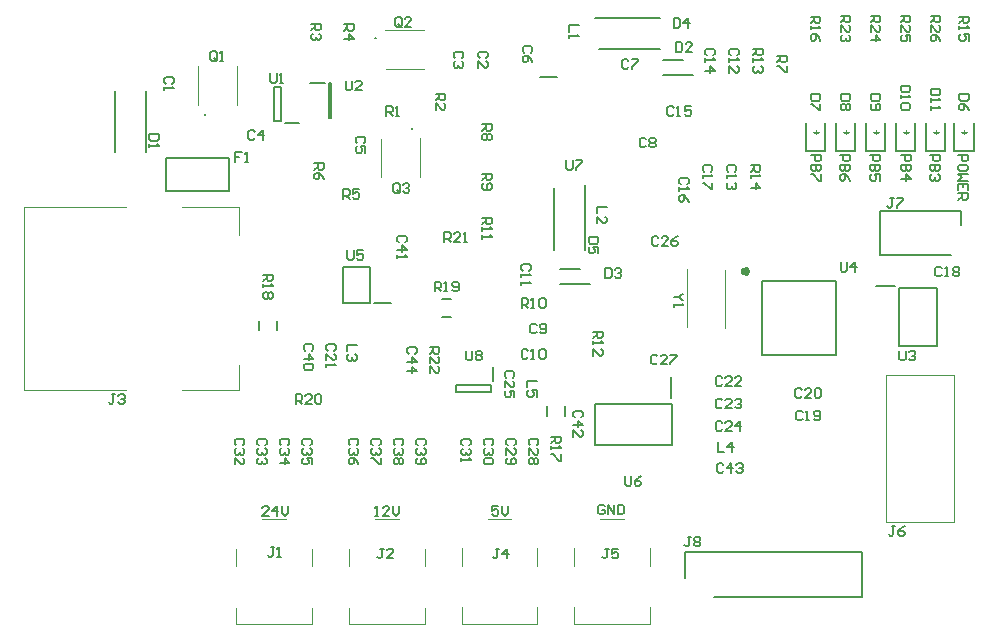
<source format=gto>
G04*
G04 #@! TF.GenerationSoftware,Altium Limited,Altium Designer,20.1.11 (218)*
G04*
G04 Layer_Color=65535*
%FSLAX25Y25*%
%MOIN*%
G70*
G04*
G04 #@! TF.SameCoordinates,E6626CB0-0D60-4EC0-B616-354E29CAD756*
G04*
G04*
G04 #@! TF.FilePolarity,Positive*
G04*
G01*
G75*
%ADD10C,0.00787*%
%ADD11C,0.01575*%
%ADD12C,0.00394*%
%ADD13C,0.00400*%
%ADD14C,0.00600*%
D10*
X103937Y160417D02*
Y160024D01*
Y160417D01*
Y160024D01*
X91583Y190437D02*
X91976D01*
X91583D01*
X91976D01*
X35063Y164583D02*
Y164976D01*
Y164583D01*
Y164976D01*
X235252Y152701D02*
Y162150D01*
Y152701D02*
X241748D01*
Y162150D01*
X245252Y152701D02*
Y162150D01*
Y152701D02*
X251748D01*
Y162150D01*
X255252Y152701D02*
Y162150D01*
Y152701D02*
X261748D01*
Y162150D01*
X265252Y152701D02*
Y162150D01*
Y152701D02*
X271748D01*
Y162150D01*
X275252Y152701D02*
Y162150D01*
Y152701D02*
X281748D01*
Y162150D01*
X284752Y152701D02*
Y162150D01*
Y152701D02*
X291248D01*
Y162150D01*
X259957Y118217D02*
X283500D01*
X259957D02*
Y132783D01*
X287043D01*
Y128000D02*
Y132783D01*
X204658Y4201D02*
X253870D01*
Y19161D01*
X194815D02*
X253870D01*
X194815Y10500D02*
Y19161D01*
X258720Y107756D02*
X264823D01*
X266201Y87854D02*
Y107146D01*
Y87854D02*
X278799D01*
Y107146D01*
X266201D02*
X278799D01*
X113925Y103453D02*
X117075D01*
X113925Y97547D02*
X117075D01*
X130799Y76059D02*
Y80783D01*
X118791Y74681D02*
X130209D01*
X118791Y72319D02*
Y74681D01*
Y72319D02*
X130209D01*
Y74681D01*
X146630Y177279D02*
X152339D01*
X58953Y92925D02*
Y96075D01*
X53047Y92925D02*
Y96075D01*
X154953Y64425D02*
Y67575D01*
X149047Y64425D02*
Y67575D01*
X190646Y54610D02*
Y68390D01*
X165055Y54610D02*
X190646D01*
X165055D02*
Y68390D01*
X190646D01*
X190154Y70457D02*
Y77346D01*
X80972Y102094D02*
X90028D01*
X80972D02*
Y113906D01*
X90028D01*
Y102094D02*
Y113906D01*
X91405Y102094D02*
X96917D01*
X220598Y109402D02*
X245402D01*
Y84598D02*
Y109402D01*
X220598Y84598D02*
X245402D01*
X220598D02*
Y109402D01*
X69906Y175406D02*
X74827D01*
X76205Y163752D02*
Y175248D01*
Y163752D02*
X76795D01*
Y175248D01*
X76205D02*
X76795D01*
X61559Y162201D02*
X66284D01*
X60181Y162791D02*
Y174209D01*
X57819D02*
X60181D01*
X57819Y162791D02*
Y174209D01*
Y162791D02*
X60181D01*
X22067Y139488D02*
Y150512D01*
X42933Y139488D02*
Y150512D01*
X22067Y139488D02*
X42933D01*
X22067Y150512D02*
X42933D01*
X161626Y119772D02*
Y141516D01*
X151374Y119772D02*
Y140228D01*
X164984Y197126D02*
X186728D01*
X166272Y186874D02*
X186728D01*
X153154Y113461D02*
X159846D01*
X153154Y108539D02*
X163193D01*
X187654Y182961D02*
X194346D01*
X187654Y178039D02*
X197693D01*
X15126Y152244D02*
Y172756D01*
X4874Y152244D02*
Y172756D01*
D11*
X215776Y112748D02*
X215231Y113497D01*
X214351Y113211D01*
Y112285D01*
X215231Y111999D01*
X215776Y112748D01*
D12*
X91693Y30043D02*
X99567D01*
X83031Y14295D02*
Y20201D01*
X108228Y14295D02*
Y20201D01*
X83031Y-4996D02*
Y516D01*
Y-4996D02*
X108228D01*
Y516D01*
X195701Y94051D02*
Y113342D01*
X208299Y93657D02*
Y112949D01*
X262114Y29169D02*
X284752D01*
Y77988D01*
X262114D02*
X284752D01*
X262114Y29169D02*
Y77988D01*
X27311Y133937D02*
X46406D01*
Y124685D02*
Y133937D01*
Y72913D02*
Y81378D01*
X27311Y72913D02*
X46406D01*
X-25248Y133937D02*
X8622D01*
X-25248Y72913D02*
Y133937D01*
Y72913D02*
X8622D01*
X106496Y143980D02*
Y156972D01*
X93504Y143980D02*
Y156874D01*
X95028Y192996D02*
X108020D01*
X95126Y180004D02*
X108020D01*
X32504Y168028D02*
Y181020D01*
X45496Y168126D02*
Y181020D01*
X166693Y30138D02*
X174567D01*
X158031Y14390D02*
Y20295D01*
X183228Y14390D02*
Y20295D01*
X158031Y-4902D02*
Y610D01*
Y-4902D02*
X183228D01*
Y610D01*
X129193Y30138D02*
X137067D01*
X120531Y14390D02*
Y20295D01*
X145728Y14390D02*
Y20295D01*
X120531Y-4902D02*
Y610D01*
Y-4902D02*
X145728D01*
Y610D01*
X54043Y30059D02*
X61917D01*
X45382Y14311D02*
Y20216D01*
X70578Y14311D02*
Y20216D01*
X45382Y-4980D02*
Y532D01*
Y-4980D02*
X70578D01*
Y532D01*
D13*
X238500Y158500D02*
Y159600D01*
Y158500D02*
X239500Y159000D01*
X237500D02*
X238500Y158500D01*
X237500Y159000D02*
X239500D01*
X238500Y158500D02*
X239500Y159000D01*
X238500Y158400D02*
Y158500D01*
X248500D02*
Y159600D01*
Y158500D02*
X249500Y159000D01*
X247500D02*
X248500Y158500D01*
X247500Y159000D02*
X249500D01*
X248500Y158500D02*
X249500Y159000D01*
X248500Y158400D02*
Y158500D01*
X258500D02*
Y159600D01*
Y158500D02*
X259500Y159000D01*
X257500D02*
X258500Y158500D01*
X257500Y159000D02*
X259500D01*
X258500Y158500D02*
X259500Y159000D01*
X258500Y158400D02*
Y158500D01*
X268500D02*
Y159600D01*
Y158500D02*
X269500Y159000D01*
X267500D02*
X268500Y158500D01*
X267500Y159000D02*
X269500D01*
X268500Y158500D02*
X269500Y159000D01*
X268500Y158400D02*
Y158500D01*
X278500D02*
Y159600D01*
Y158500D02*
X279500Y159000D01*
X277500D02*
X278500Y158500D01*
X277500Y159000D02*
X279500D01*
X278500Y158500D02*
X279500Y159000D01*
X278500Y158400D02*
Y158500D01*
X288000D02*
Y159600D01*
Y158500D02*
X289000Y159000D01*
X287000D02*
X288000Y158500D01*
X287000Y159000D02*
X289000D01*
X288000Y158500D02*
X289000Y159000D01*
X288000Y158400D02*
Y158500D01*
D14*
X237100Y151400D02*
X240299D01*
Y149801D01*
X239766Y149267D01*
X238700D01*
X238166Y149801D01*
Y151400D01*
X240299Y148201D02*
X237100D01*
Y146601D01*
X237633Y146068D01*
X238166D01*
X238700Y146601D01*
Y148201D01*
Y146601D01*
X239233Y146068D01*
X239766D01*
X240299Y146601D01*
Y148201D01*
Y145002D02*
Y142869D01*
X239766D01*
X237633Y145002D01*
X237100D01*
X246600Y151400D02*
X249799D01*
Y149801D01*
X249266Y149267D01*
X248200D01*
X247666Y149801D01*
Y151400D01*
X249799Y148201D02*
X246600D01*
Y146601D01*
X247133Y146068D01*
X247666D01*
X248200Y146601D01*
Y148201D01*
Y146601D01*
X248733Y146068D01*
X249266D01*
X249799Y146601D01*
Y148201D01*
Y142869D02*
X249266Y143936D01*
X248200Y145002D01*
X247133D01*
X246600Y144469D01*
Y143403D01*
X247133Y142869D01*
X247666D01*
X248200Y143403D01*
Y145002D01*
X256600Y151400D02*
X259799D01*
Y149801D01*
X259266Y149267D01*
X258200D01*
X257666Y149801D01*
Y151400D01*
X259799Y148201D02*
X256600D01*
Y146601D01*
X257133Y146068D01*
X257666D01*
X258200Y146601D01*
Y148201D01*
Y146601D01*
X258733Y146068D01*
X259266D01*
X259799Y146601D01*
Y148201D01*
Y142869D02*
Y145002D01*
X258200D01*
X258733Y143936D01*
Y143403D01*
X258200Y142869D01*
X257133D01*
X256600Y143403D01*
Y144469D01*
X257133Y145002D01*
X267100Y151400D02*
X270299D01*
Y149801D01*
X269766Y149267D01*
X268700D01*
X268166Y149801D01*
Y151400D01*
X270299Y148201D02*
X267100D01*
Y146601D01*
X267633Y146068D01*
X268166D01*
X268700Y146601D01*
Y148201D01*
Y146601D01*
X269233Y146068D01*
X269766D01*
X270299Y146601D01*
Y148201D01*
X267100Y143403D02*
X270299D01*
X268700Y145002D01*
Y142869D01*
X276600Y151400D02*
X279799D01*
Y149801D01*
X279266Y149267D01*
X278200D01*
X277666Y149801D01*
Y151400D01*
X279799Y148201D02*
X276600D01*
Y146601D01*
X277133Y146068D01*
X277666D01*
X278200Y146601D01*
Y148201D01*
Y146601D01*
X278733Y146068D01*
X279266D01*
X279799Y146601D01*
Y148201D01*
X279266Y145002D02*
X279799Y144469D01*
Y143403D01*
X279266Y142869D01*
X278733D01*
X278200Y143403D01*
Y143936D01*
Y143403D01*
X277666Y142869D01*
X277133D01*
X276600Y143403D01*
Y144469D01*
X277133Y145002D01*
X286100Y151400D02*
X289299D01*
Y149801D01*
X288766Y149267D01*
X287700D01*
X287166Y149801D01*
Y151400D01*
X289299Y146601D02*
Y147668D01*
X288766Y148201D01*
X286633D01*
X286100Y147668D01*
Y146601D01*
X286633Y146068D01*
X288766D01*
X289299Y146601D01*
Y145002D02*
X286100D01*
X287166Y143936D01*
X286100Y142869D01*
X289299D01*
Y139671D02*
Y141803D01*
X286100D01*
Y139671D01*
X287700Y141803D02*
Y140737D01*
X286100Y138604D02*
X289299D01*
Y137005D01*
X288766Y136471D01*
X287700D01*
X287166Y137005D01*
Y138604D01*
Y137538D02*
X286100Y136471D01*
X168233Y34266D02*
X167700Y34799D01*
X166633D01*
X166100Y34266D01*
Y32133D01*
X166633Y31600D01*
X167700D01*
X168233Y32133D01*
Y33200D01*
X167166D01*
X169299Y31600D02*
Y34799D01*
X171432Y31600D01*
Y34799D01*
X172498D02*
Y31600D01*
X174097D01*
X174631Y32133D01*
Y34266D01*
X174097Y34799D01*
X172498D01*
X132733Y34299D02*
X130600D01*
Y32699D01*
X131666Y33233D01*
X132200D01*
X132733Y32699D01*
Y31633D01*
X132200Y31100D01*
X131133D01*
X130600Y31633D01*
X133799Y34299D02*
Y32166D01*
X134865Y31100D01*
X135932Y32166D01*
Y34299D01*
X91600Y31100D02*
X92666D01*
X92133D01*
Y34299D01*
X91600Y33766D01*
X96398Y31100D02*
X94266D01*
X96398Y33233D01*
Y33766D01*
X95865Y34299D01*
X94799D01*
X94266Y33766D01*
X97465Y34299D02*
Y32166D01*
X98531Y31100D01*
X99597Y32166D01*
Y34299D01*
X56233Y31100D02*
X54100D01*
X56233Y33233D01*
Y33766D01*
X55699Y34299D01*
X54633D01*
X54100Y33766D01*
X58899Y31100D02*
Y34299D01*
X57299Y32699D01*
X59432D01*
X60498Y34299D02*
Y32166D01*
X61564Y31100D01*
X62631Y32166D01*
Y34299D01*
X94467Y20099D02*
X93401D01*
X93934D01*
Y17434D01*
X93401Y16901D01*
X92867D01*
X92334Y17434D01*
X97666Y16901D02*
X95533D01*
X97666Y19033D01*
Y19566D01*
X97133Y20099D01*
X96066D01*
X95533Y19566D01*
X276901Y197765D02*
X280100D01*
Y196166D01*
X279566Y195633D01*
X278500D01*
X277967Y196166D01*
Y197765D01*
Y196699D02*
X276901Y195633D01*
Y192434D02*
Y194566D01*
X279033Y192434D01*
X279566D01*
X280100Y192967D01*
Y194033D01*
X279566Y194566D01*
X280100Y189235D02*
X279566Y190301D01*
X278500Y191367D01*
X277434D01*
X276901Y190834D01*
Y189768D01*
X277434Y189235D01*
X277967D01*
X278500Y189768D01*
Y191367D01*
X266900Y197765D02*
X270099D01*
Y196166D01*
X269566Y195633D01*
X268500D01*
X267967Y196166D01*
Y197765D01*
Y196699D02*
X266900Y195633D01*
Y192434D02*
Y194566D01*
X269033Y192434D01*
X269566D01*
X270099Y192967D01*
Y194033D01*
X269566Y194566D01*
X270099Y189235D02*
Y191367D01*
X268500D01*
X269033Y190301D01*
Y189768D01*
X268500Y189235D01*
X267434D01*
X266900Y189768D01*
Y190834D01*
X267434Y191367D01*
X256901Y197765D02*
X260100D01*
Y196166D01*
X259566Y195633D01*
X258500D01*
X257967Y196166D01*
Y197765D01*
Y196699D02*
X256901Y195633D01*
Y192434D02*
Y194566D01*
X259033Y192434D01*
X259566D01*
X260100Y192967D01*
Y194033D01*
X259566Y194566D01*
X256901Y189768D02*
X260100D01*
X258500Y191367D01*
Y189235D01*
X246901Y197765D02*
X250099D01*
Y196166D01*
X249566Y195633D01*
X248500D01*
X247967Y196166D01*
Y197765D01*
Y196699D02*
X246901Y195633D01*
Y192434D02*
Y194566D01*
X249033Y192434D01*
X249566D01*
X250099Y192967D01*
Y194033D01*
X249566Y194566D01*
Y191367D02*
X250099Y190834D01*
Y189768D01*
X249566Y189235D01*
X249033D01*
X248500Y189768D01*
Y190301D01*
Y189768D01*
X247967Y189235D01*
X247434D01*
X246901Y189768D01*
Y190834D01*
X247434Y191367D01*
X236900Y197499D02*
X240100D01*
Y195899D01*
X239566Y195366D01*
X238500D01*
X237967Y195899D01*
Y197499D01*
Y196432D02*
X236900Y195366D01*
Y194300D02*
Y193233D01*
Y193767D01*
X240100D01*
X239566Y194300D01*
X240100Y189501D02*
X239566Y190568D01*
X238500Y191634D01*
X237434D01*
X236900Y191101D01*
Y190034D01*
X237434Y189501D01*
X237967D01*
X238500Y190034D01*
Y191634D01*
X286401Y197499D02*
X289599D01*
Y195899D01*
X289066Y195366D01*
X288000D01*
X287467Y195899D01*
Y197499D01*
Y196432D02*
X286401Y195366D01*
Y194300D02*
Y193233D01*
Y193767D01*
X289599D01*
X289066Y194300D01*
X289599Y189501D02*
Y191634D01*
X288000D01*
X288533Y190568D01*
Y190034D01*
X288000Y189501D01*
X286934D01*
X286401Y190034D01*
Y191101D01*
X286934Y191634D01*
X145599Y76166D02*
X142401D01*
Y74033D01*
X145599Y70834D02*
Y72967D01*
X144000D01*
X144533Y71900D01*
Y71367D01*
X144000Y70834D01*
X142934D01*
X142401Y71367D01*
Y72434D01*
X142934Y72967D01*
X137566Y77133D02*
X138100Y77666D01*
Y78732D01*
X137566Y79265D01*
X135434D01*
X134900Y78732D01*
Y77666D01*
X135434Y77133D01*
X134900Y73934D02*
Y76066D01*
X137033Y73934D01*
X137566D01*
X138100Y74467D01*
Y75533D01*
X137566Y76066D01*
X138100Y70735D02*
Y72867D01*
X136500D01*
X137033Y71801D01*
Y71268D01*
X136500Y70735D01*
X135434D01*
X134900Y71268D01*
Y72334D01*
X135434Y72867D01*
X194399Y105033D02*
X193866D01*
X192800Y103966D01*
X193866Y102900D01*
X194399D01*
X192800Y103966D02*
X191200D01*
Y101834D02*
Y100767D01*
Y101301D01*
X194399D01*
X193866Y101834D01*
X266334Y86099D02*
Y83434D01*
X266867Y82901D01*
X267934D01*
X268467Y83434D01*
Y86099D01*
X269533Y85566D02*
X270066Y86099D01*
X271133D01*
X271666Y85566D01*
Y85033D01*
X271133Y84500D01*
X270600D01*
X271133D01*
X271666Y83967D01*
Y83434D01*
X271133Y82901D01*
X270066D01*
X269533Y83434D01*
X205834Y55599D02*
Y52400D01*
X207967D01*
X210633D02*
Y55599D01*
X209033Y54000D01*
X211166D01*
X196867Y24100D02*
X195800D01*
X196334D01*
Y21434D01*
X195800Y20900D01*
X195267D01*
X194734Y21434D01*
X197933Y23566D02*
X198466Y24100D01*
X199533D01*
X200066Y23566D01*
Y23033D01*
X199533Y22500D01*
X200066Y21967D01*
Y21434D01*
X199533Y20900D01*
X198466D01*
X197933Y21434D01*
Y21967D01*
X198466Y22500D01*
X197933Y23033D01*
Y23566D01*
X198466Y22500D02*
X199533D01*
X264467Y136999D02*
X263401D01*
X263934D01*
Y134334D01*
X263401Y133800D01*
X262867D01*
X262334Y134334D01*
X265533Y136999D02*
X267666D01*
Y136466D01*
X265533Y134334D01*
Y133800D01*
X264967Y27599D02*
X263900D01*
X264434D01*
Y24934D01*
X263900Y24400D01*
X263367D01*
X262834Y24934D01*
X268166Y27599D02*
X267099Y27066D01*
X266033Y26000D01*
Y24934D01*
X266566Y24400D01*
X267633D01*
X268166Y24934D01*
Y25467D01*
X267633Y26000D01*
X266033D01*
X280100Y173466D02*
X276901D01*
Y171866D01*
X277434Y171333D01*
X279566D01*
X280100Y171866D01*
Y173466D01*
X276901Y170267D02*
Y169200D01*
Y169733D01*
X280100D01*
X279566Y170267D01*
X276901Y167601D02*
Y166534D01*
Y167068D01*
X280100D01*
X279566Y167601D01*
X270099Y174499D02*
X266900D01*
Y172899D01*
X267434Y172366D01*
X269566D01*
X270099Y172899D01*
Y174499D01*
X266900Y171300D02*
Y170233D01*
Y170767D01*
X270099D01*
X269566Y171300D01*
Y168634D02*
X270099Y168101D01*
Y167034D01*
X269566Y166501D01*
X267434D01*
X266900Y167034D01*
Y168101D01*
X267434Y168634D01*
X269566D01*
X260100Y171666D02*
X256901D01*
Y170066D01*
X257434Y169533D01*
X259566D01*
X260100Y170066D01*
Y171666D01*
X257434Y168467D02*
X256901Y167934D01*
Y166867D01*
X257434Y166334D01*
X259566D01*
X260100Y166867D01*
Y167934D01*
X259566Y168467D01*
X259033D01*
X258500Y167934D01*
Y166334D01*
X250099Y171666D02*
X246901D01*
Y170066D01*
X247434Y169533D01*
X249566D01*
X250099Y170066D01*
Y171666D01*
X249566Y168467D02*
X250099Y167934D01*
Y166867D01*
X249566Y166334D01*
X249033D01*
X248500Y166867D01*
X247967Y166334D01*
X247434D01*
X246901Y166867D01*
Y167934D01*
X247434Y168467D01*
X247967D01*
X248500Y167934D01*
X249033Y168467D01*
X249566D01*
X248500Y167934D02*
Y166867D01*
X240100Y171666D02*
X236900D01*
Y170066D01*
X237434Y169533D01*
X239566D01*
X240100Y170066D01*
Y171666D01*
Y168467D02*
Y166334D01*
X239566D01*
X237434Y168467D01*
X236900D01*
X289599Y171666D02*
X286401D01*
Y170066D01*
X286934Y169533D01*
X289066D01*
X289599Y170066D01*
Y171666D01*
Y166334D02*
X289066Y167401D01*
X288000Y168467D01*
X286934D01*
X286401Y167934D01*
Y166867D01*
X286934Y166334D01*
X287467D01*
X288000Y166867D01*
Y168467D01*
X207367Y62066D02*
X206834Y62599D01*
X205768D01*
X205235Y62066D01*
Y59934D01*
X205768Y59400D01*
X206834D01*
X207367Y59934D01*
X210566Y59400D02*
X208434D01*
X210566Y61533D01*
Y62066D01*
X210033Y62599D01*
X208967D01*
X208434Y62066D01*
X213232Y59400D02*
Y62599D01*
X211633Y61000D01*
X213765D01*
X280587Y113566D02*
X280053Y114100D01*
X278987D01*
X278454Y113566D01*
Y111434D01*
X278987Y110900D01*
X280053D01*
X280587Y111434D01*
X281653Y110900D02*
X282719D01*
X282186D01*
Y114100D01*
X281653Y113566D01*
X284319D02*
X284852Y114100D01*
X285918D01*
X286452Y113566D01*
Y113033D01*
X285918Y112500D01*
X286452Y111967D01*
Y111434D01*
X285918Y110900D01*
X284852D01*
X284319Y111434D01*
Y111967D01*
X284852Y112500D01*
X284319Y113033D01*
Y113566D01*
X284852Y112500D02*
X285918D01*
X4967Y71600D02*
X3901D01*
X4434D01*
Y68934D01*
X3901Y68401D01*
X3367D01*
X2834Y68934D01*
X6033Y71066D02*
X6566Y71600D01*
X7633D01*
X8166Y71066D01*
Y70533D01*
X7633Y70000D01*
X7100D01*
X7633D01*
X8166Y69467D01*
Y68934D01*
X7633Y68401D01*
X6566D01*
X6033Y68934D01*
X109900Y87313D02*
X113100D01*
Y85713D01*
X112566Y85180D01*
X111500D01*
X110967Y85713D01*
Y87313D01*
Y86246D02*
X109900Y85180D01*
Y81981D02*
Y84114D01*
X112033Y81981D01*
X112566D01*
X113100Y82514D01*
Y83580D01*
X112566Y84114D01*
X109900Y78782D02*
Y80915D01*
X112033Y78782D01*
X112566D01*
X113100Y79315D01*
Y80381D01*
X112566Y80915D01*
X121934Y86199D02*
Y83534D01*
X122467Y83000D01*
X123534D01*
X124067Y83534D01*
Y86199D01*
X125133Y85666D02*
X125666Y86199D01*
X126733D01*
X127266Y85666D01*
Y85133D01*
X126733Y84600D01*
X127266Y84067D01*
Y83534D01*
X126733Y83000D01*
X125666D01*
X125133Y83534D01*
Y84067D01*
X125666Y84600D01*
X125133Y85133D01*
Y85666D01*
X125666Y84600D02*
X126733D01*
X105066Y85133D02*
X105599Y85666D01*
Y86732D01*
X105066Y87265D01*
X102934D01*
X102401Y86732D01*
Y85666D01*
X102934Y85133D01*
X102401Y82467D02*
X105599D01*
X104000Y84066D01*
Y81934D01*
X102401Y79268D02*
X105599D01*
X104000Y80867D01*
Y78735D01*
X155434Y149699D02*
Y147034D01*
X155967Y146501D01*
X157034D01*
X157567Y147034D01*
Y149699D01*
X158633D02*
X160766D01*
Y149166D01*
X158633Y147034D01*
Y146501D01*
X114768Y122400D02*
Y125600D01*
X116367D01*
X116901Y125066D01*
Y124000D01*
X116367Y123467D01*
X114768D01*
X115834D02*
X116901Y122400D01*
X120099D02*
X117967D01*
X120099Y124533D01*
Y125066D01*
X119566Y125600D01*
X118500D01*
X117967Y125066D01*
X121166Y122400D02*
X122232D01*
X121699D01*
Y125600D01*
X121166Y125066D01*
X65235Y68401D02*
Y71600D01*
X66834D01*
X67367Y71066D01*
Y70000D01*
X66834Y69467D01*
X65235D01*
X66301D02*
X67367Y68401D01*
X70566D02*
X68434D01*
X70566Y70533D01*
Y71066D01*
X70033Y71600D01*
X68967D01*
X68434Y71066D01*
X71633D02*
X72166Y71600D01*
X73232D01*
X73765Y71066D01*
Y68934D01*
X73232Y68401D01*
X72166D01*
X71633Y68934D01*
Y71066D01*
X111501Y105901D02*
Y109099D01*
X113101D01*
X113634Y108566D01*
Y107500D01*
X113101Y106967D01*
X111501D01*
X112568D02*
X113634Y105901D01*
X114700D02*
X115767D01*
X115233D01*
Y109099D01*
X114700Y108566D01*
X117366Y106434D02*
X117899Y105901D01*
X118966D01*
X119499Y106434D01*
Y108566D01*
X118966Y109099D01*
X117899D01*
X117366Y108566D01*
Y108033D01*
X117899Y107500D01*
X119499D01*
X54400Y111499D02*
X57600D01*
Y109899D01*
X57066Y109366D01*
X56000D01*
X55467Y109899D01*
Y111499D01*
Y110432D02*
X54400Y109366D01*
Y108300D02*
Y107233D01*
Y107767D01*
X57600D01*
X57066Y108300D01*
Y105634D02*
X57600Y105101D01*
Y104034D01*
X57066Y103501D01*
X56533D01*
X56000Y104034D01*
X55467Y103501D01*
X54934D01*
X54400Y104034D01*
Y105101D01*
X54934Y105634D01*
X55467D01*
X56000Y105101D01*
X56533Y105634D01*
X57066D01*
X56000Y105101D02*
Y104034D01*
X150400Y57499D02*
X153600D01*
Y55899D01*
X153066Y55366D01*
X152000D01*
X151467Y55899D01*
Y57499D01*
Y56432D02*
X150400Y55366D01*
Y54300D02*
Y53233D01*
Y53767D01*
X153600D01*
X153066Y54300D01*
X153600Y51634D02*
Y49501D01*
X153066D01*
X150934Y51634D01*
X150400D01*
X216900Y147999D02*
X220099D01*
Y146399D01*
X219566Y145866D01*
X218500D01*
X217967Y146399D01*
Y147999D01*
Y146932D02*
X216900Y145866D01*
Y144800D02*
Y143733D01*
Y144267D01*
X220099D01*
X219566Y144800D01*
X216900Y140534D02*
X220099D01*
X218500Y142134D01*
Y140001D01*
X217701Y186799D02*
X220900D01*
Y185199D01*
X220366Y184666D01*
X219300D01*
X218767Y185199D01*
Y186799D01*
Y185732D02*
X217701Y184666D01*
Y183600D02*
Y182533D01*
Y183067D01*
X220900D01*
X220366Y183600D01*
Y180934D02*
X220900Y180401D01*
Y179334D01*
X220366Y178801D01*
X219833D01*
X219300Y179334D01*
Y179868D01*
Y179334D01*
X218767Y178801D01*
X218234D01*
X217701Y179334D01*
Y180401D01*
X218234Y180934D01*
X164400Y92499D02*
X167599D01*
Y90899D01*
X167066Y90366D01*
X166000D01*
X165467Y90899D01*
Y92499D01*
Y91432D02*
X164400Y90366D01*
Y89300D02*
Y88233D01*
Y88767D01*
X167599D01*
X167066Y89300D01*
X164400Y84501D02*
Y86634D01*
X166533Y84501D01*
X167066D01*
X167599Y85035D01*
Y86101D01*
X167066Y86634D01*
X127401Y130465D02*
X130599D01*
Y128866D01*
X130066Y128333D01*
X129000D01*
X128467Y128866D01*
Y130465D01*
Y129399D02*
X127401Y128333D01*
Y127267D02*
Y126200D01*
Y126733D01*
X130599D01*
X130066Y127267D01*
X127401Y124601D02*
Y123534D01*
Y124068D01*
X130599D01*
X130066Y124601D01*
X140501Y100400D02*
Y103600D01*
X142101D01*
X142634Y103066D01*
Y102000D01*
X142101Y101467D01*
X140501D01*
X141568D02*
X142634Y100400D01*
X143700D02*
X144767D01*
X144233D01*
Y103600D01*
X143700Y103066D01*
X146366D02*
X146899Y103600D01*
X147966D01*
X148499Y103066D01*
Y100934D01*
X147966Y100400D01*
X146899D01*
X146366Y100934D01*
Y103066D01*
X127401Y145166D02*
X130599D01*
Y143566D01*
X130066Y143033D01*
X129000D01*
X128467Y143566D01*
Y145166D01*
Y144099D02*
X127401Y143033D01*
X127934Y141967D02*
X127401Y141434D01*
Y140367D01*
X127934Y139834D01*
X130066D01*
X130599Y140367D01*
Y141434D01*
X130066Y141967D01*
X129533D01*
X129000Y141434D01*
Y139834D01*
X127401Y161666D02*
X130599D01*
Y160066D01*
X130066Y159533D01*
X129000D01*
X128467Y160066D01*
Y161666D01*
Y160600D02*
X127401Y159533D01*
X130066Y158467D02*
X130599Y157934D01*
Y156867D01*
X130066Y156334D01*
X129533D01*
X129000Y156867D01*
X128467Y156334D01*
X127934D01*
X127401Y156867D01*
Y157934D01*
X127934Y158467D01*
X128467D01*
X129000Y157934D01*
X129533Y158467D01*
X130066D01*
X129000Y157934D02*
Y156867D01*
X225700Y184366D02*
X228900D01*
Y182766D01*
X228366Y182233D01*
X227300D01*
X226767Y182766D01*
Y184366D01*
Y183300D02*
X225700Y182233D01*
X228900Y181167D02*
Y179034D01*
X228366D01*
X226234Y181167D01*
X225700D01*
X71400Y148566D02*
X74599D01*
Y146966D01*
X74066Y146433D01*
X73000D01*
X72467Y146966D01*
Y148566D01*
Y147500D02*
X71400Y146433D01*
X74599Y143234D02*
X74066Y144300D01*
X73000Y145367D01*
X71934D01*
X71400Y144834D01*
Y143767D01*
X71934Y143234D01*
X72467D01*
X73000Y143767D01*
Y145367D01*
X81034Y136801D02*
Y139999D01*
X82634D01*
X83167Y139466D01*
Y138400D01*
X82634Y137867D01*
X81034D01*
X82100D02*
X83167Y136801D01*
X86366Y139999D02*
X84233D01*
Y138400D01*
X85299Y138933D01*
X85833D01*
X86366Y138400D01*
Y137334D01*
X85833Y136801D01*
X84766D01*
X84233Y137334D01*
X81300Y194966D02*
X84500D01*
Y193366D01*
X83966Y192833D01*
X82900D01*
X82367Y193366D01*
Y194966D01*
Y193900D02*
X81300Y192833D01*
Y190167D02*
X84500D01*
X82900Y191767D01*
Y189634D01*
X70401Y195066D02*
X73599D01*
Y193466D01*
X73066Y192933D01*
X72000D01*
X71467Y193466D01*
Y195066D01*
Y194000D02*
X70401Y192933D01*
X73066Y191867D02*
X73599Y191334D01*
Y190267D01*
X73066Y189734D01*
X72533D01*
X72000Y190267D01*
Y190800D01*
Y190267D01*
X71467Y189734D01*
X70934D01*
X70401Y190267D01*
Y191334D01*
X70934Y191867D01*
X111900Y171766D02*
X115100D01*
Y170166D01*
X114566Y169633D01*
X113500D01*
X112967Y170166D01*
Y171766D01*
Y170700D02*
X111900Y169633D01*
Y166434D02*
Y168567D01*
X114033Y166434D01*
X114566D01*
X115100Y166967D01*
Y168034D01*
X114566Y168567D01*
X95367Y164500D02*
Y167700D01*
X96967D01*
X97500Y167166D01*
Y166100D01*
X96967Y165567D01*
X95367D01*
X96434D02*
X97500Y164500D01*
X98566D02*
X99633D01*
X99099D01*
Y167700D01*
X98566Y167166D01*
X99867Y139334D02*
Y141466D01*
X99334Y141999D01*
X98267D01*
X97734Y141466D01*
Y139334D01*
X98267Y138801D01*
X99334D01*
X98800Y139867D02*
X99867Y138801D01*
X99334D02*
X99867Y139334D01*
X100933Y141466D02*
X101466Y141999D01*
X102533D01*
X103066Y141466D01*
Y140933D01*
X102533Y140400D01*
X101999D01*
X102533D01*
X103066Y139867D01*
Y139334D01*
X102533Y138801D01*
X101466D01*
X100933Y139334D01*
X100467Y194634D02*
Y196766D01*
X99934Y197300D01*
X98867D01*
X98334Y196766D01*
Y194634D01*
X98867Y194100D01*
X99934D01*
X99401Y195167D02*
X100467Y194100D01*
X99934D02*
X100467Y194634D01*
X103666Y194100D02*
X101533D01*
X103666Y196233D01*
Y196766D01*
X103133Y197300D01*
X102066D01*
X101533Y196766D01*
X38900Y183334D02*
Y185466D01*
X38367Y186000D01*
X37301D01*
X36767Y185466D01*
Y183334D01*
X37301Y182800D01*
X38367D01*
X37834Y183867D02*
X38900Y182800D01*
X38367D02*
X38900Y183334D01*
X39966Y182800D02*
X41033D01*
X40499D01*
Y186000D01*
X39966Y185466D01*
X85599Y88166D02*
X82401D01*
Y86033D01*
X85066Y84967D02*
X85599Y84434D01*
Y83367D01*
X85066Y82834D01*
X84533D01*
X84000Y83367D01*
Y83900D01*
Y83367D01*
X83467Y82834D01*
X82934D01*
X82401Y83367D01*
Y84434D01*
X82934Y84967D01*
X168799Y134066D02*
X165601D01*
Y131933D01*
Y128734D02*
Y130867D01*
X167733Y128734D01*
X168266D01*
X168799Y129267D01*
Y130334D01*
X168266Y130867D01*
X159599Y194633D02*
X156401D01*
Y192500D01*
Y191434D02*
Y190367D01*
Y190901D01*
X159599D01*
X159066Y191434D01*
X169467Y20099D02*
X168401D01*
X168934D01*
Y17434D01*
X168401Y16901D01*
X167867D01*
X167334Y17434D01*
X172666Y20099D02*
X170533D01*
Y18500D01*
X171599Y19033D01*
X172133D01*
X172666Y18500D01*
Y17434D01*
X172133Y16901D01*
X171066D01*
X170533Y17434D01*
X132967Y20099D02*
X131901D01*
X132434D01*
Y17434D01*
X131901Y16901D01*
X131367D01*
X130834Y17434D01*
X135633Y16901D02*
Y20099D01*
X134033Y18500D01*
X136166D01*
X58000Y20599D02*
X56934D01*
X57467D01*
Y17934D01*
X56934Y17401D01*
X56401D01*
X55867Y17934D01*
X59066Y17401D02*
X60133D01*
X59600D01*
Y20599D01*
X59066Y20066D01*
X174934Y44399D02*
Y41734D01*
X175467Y41201D01*
X176534D01*
X177067Y41734D01*
Y44399D01*
X180266D02*
X179200Y43866D01*
X178133Y42800D01*
Y41734D01*
X178666Y41201D01*
X179733D01*
X180266Y41734D01*
Y42267D01*
X179733Y42800D01*
X178133D01*
X82334Y119599D02*
Y116934D01*
X82867Y116401D01*
X83934D01*
X84467Y116934D01*
Y119599D01*
X87666D02*
X85533D01*
Y118000D01*
X86599Y118533D01*
X87133D01*
X87666Y118000D01*
Y116934D01*
X87133Y116401D01*
X86066D01*
X85533Y116934D01*
X246834Y115600D02*
Y112934D01*
X247367Y112400D01*
X248434D01*
X248967Y112934D01*
Y115600D01*
X251633Y112400D02*
Y115600D01*
X250033Y114000D01*
X252166D01*
X81834Y176100D02*
Y173434D01*
X82367Y172900D01*
X83434D01*
X83967Y173434D01*
Y176100D01*
X87166Y172900D02*
X85033D01*
X87166Y175033D01*
Y175566D01*
X86633Y176100D01*
X85566D01*
X85033Y175566D01*
X56667Y178600D02*
Y175934D01*
X57200Y175400D01*
X58267D01*
X58800Y175934D01*
Y178600D01*
X59866Y175400D02*
X60933D01*
X60400D01*
Y178600D01*
X59866Y178066D01*
X47200Y152400D02*
X45067D01*
Y150800D01*
X46134D01*
X45067D01*
Y149200D01*
X48266D02*
X49333D01*
X48799D01*
Y152400D01*
X48266Y151866D01*
X165999Y123966D02*
X162801D01*
Y122366D01*
X163334Y121833D01*
X165466D01*
X165999Y122366D01*
Y123966D01*
Y118634D02*
Y120767D01*
X164400D01*
X164933Y119701D01*
Y119167D01*
X164400Y118634D01*
X163334D01*
X162801Y119167D01*
Y120234D01*
X163334Y120767D01*
X191134Y196899D02*
Y193701D01*
X192734D01*
X193267Y194234D01*
Y196366D01*
X192734Y196899D01*
X191134D01*
X195933Y193701D02*
Y196899D01*
X194333Y195300D01*
X196466D01*
X168334Y113600D02*
Y110400D01*
X169934D01*
X170467Y110934D01*
Y113066D01*
X169934Y113600D01*
X168334D01*
X171533Y113066D02*
X172066Y113600D01*
X173133D01*
X173666Y113066D01*
Y112533D01*
X173133Y112000D01*
X172599D01*
X173133D01*
X173666Y111467D01*
Y110934D01*
X173133Y110400D01*
X172066D01*
X171533Y110934D01*
X191934Y188999D02*
Y185801D01*
X193534D01*
X194067Y186334D01*
Y188466D01*
X193534Y188999D01*
X191934D01*
X197266Y185801D02*
X195133D01*
X197266Y187933D01*
Y188466D01*
X196733Y188999D01*
X195666D01*
X195133Y188466D01*
X19600Y158233D02*
X16400D01*
Y156633D01*
X16934Y156100D01*
X19066D01*
X19600Y156633D01*
Y158233D01*
X16400Y155034D02*
Y153967D01*
Y154500D01*
X19600D01*
X19066Y155034D01*
X207767Y48066D02*
X207234Y48599D01*
X206168D01*
X205635Y48066D01*
Y45934D01*
X206168Y45401D01*
X207234D01*
X207767Y45934D01*
X210433Y45401D02*
Y48599D01*
X208834Y47000D01*
X210966D01*
X212033Y48066D02*
X212566Y48599D01*
X213632D01*
X214165Y48066D01*
Y47533D01*
X213632Y47000D01*
X213099D01*
X213632D01*
X214165Y46467D01*
Y45934D01*
X213632Y45401D01*
X212566D01*
X212033Y45934D01*
X160366Y63933D02*
X160899Y64466D01*
Y65532D01*
X160366Y66065D01*
X158234D01*
X157701Y65532D01*
Y64466D01*
X158234Y63933D01*
X157701Y61267D02*
X160899D01*
X159300Y62866D01*
Y60734D01*
X157701Y57535D02*
Y59667D01*
X159833Y57535D01*
X160366D01*
X160899Y58068D01*
Y59134D01*
X160366Y59667D01*
X101666Y122300D02*
X102199Y122833D01*
Y123899D01*
X101666Y124432D01*
X99534D01*
X99001Y123899D01*
Y122833D01*
X99534Y122300D01*
X99001Y119634D02*
X102199D01*
X100600Y121233D01*
Y119100D01*
X99001Y118034D02*
Y116968D01*
Y117501D01*
X102199D01*
X101666Y118034D01*
X70566Y86133D02*
X71100Y86666D01*
Y87732D01*
X70566Y88265D01*
X68434D01*
X67901Y87732D01*
Y86666D01*
X68434Y86133D01*
X67901Y83467D02*
X71100D01*
X69500Y85066D01*
Y82934D01*
X70566Y81867D02*
X71100Y81334D01*
Y80268D01*
X70566Y79735D01*
X68434D01*
X67901Y80268D01*
Y81334D01*
X68434Y81867D01*
X70566D01*
X108066Y54638D02*
X108599Y55171D01*
Y56238D01*
X108066Y56771D01*
X105934D01*
X105401Y56238D01*
Y55171D01*
X105934Y54638D01*
X108066Y53572D02*
X108599Y53039D01*
Y51972D01*
X108066Y51439D01*
X107533D01*
X107000Y51972D01*
Y52505D01*
Y51972D01*
X106467Y51439D01*
X105934D01*
X105401Y51972D01*
Y53039D01*
X105934Y53572D01*
Y50373D02*
X105401Y49840D01*
Y48773D01*
X105934Y48240D01*
X108066D01*
X108599Y48773D01*
Y49840D01*
X108066Y50373D01*
X107533D01*
X107000Y49840D01*
Y48240D01*
X100566Y54638D02*
X101100Y55171D01*
Y56238D01*
X100566Y56771D01*
X98434D01*
X97900Y56238D01*
Y55171D01*
X98434Y54638D01*
X100566Y53572D02*
X101100Y53039D01*
Y51972D01*
X100566Y51439D01*
X100033D01*
X99500Y51972D01*
Y52505D01*
Y51972D01*
X98967Y51439D01*
X98434D01*
X97900Y51972D01*
Y53039D01*
X98434Y53572D01*
X100566Y50373D02*
X101100Y49840D01*
Y48773D01*
X100566Y48240D01*
X100033D01*
X99500Y48773D01*
X98967Y48240D01*
X98434D01*
X97900Y48773D01*
Y49840D01*
X98434Y50373D01*
X98967D01*
X99500Y49840D01*
X100033Y50373D01*
X100566D01*
X99500Y49840D02*
Y48773D01*
X93066Y54638D02*
X93599Y55171D01*
Y56238D01*
X93066Y56771D01*
X90934D01*
X90400Y56238D01*
Y55171D01*
X90934Y54638D01*
X93066Y53572D02*
X93599Y53039D01*
Y51972D01*
X93066Y51439D01*
X92533D01*
X92000Y51972D01*
Y52505D01*
Y51972D01*
X91467Y51439D01*
X90934D01*
X90400Y51972D01*
Y53039D01*
X90934Y53572D01*
X93599Y50373D02*
Y48240D01*
X93066D01*
X90934Y50373D01*
X90400D01*
X85566Y54638D02*
X86099Y55171D01*
Y56238D01*
X85566Y56771D01*
X83434D01*
X82901Y56238D01*
Y55171D01*
X83434Y54638D01*
X85566Y53572D02*
X86099Y53039D01*
Y51972D01*
X85566Y51439D01*
X85033D01*
X84500Y51972D01*
Y52505D01*
Y51972D01*
X83967Y51439D01*
X83434D01*
X82901Y51972D01*
Y53039D01*
X83434Y53572D01*
X86099Y48240D02*
X85566Y49306D01*
X84500Y50373D01*
X83434D01*
X82901Y49840D01*
Y48773D01*
X83434Y48240D01*
X83967D01*
X84500Y48773D01*
Y50373D01*
X70066Y54633D02*
X70600Y55166D01*
Y56232D01*
X70066Y56765D01*
X67934D01*
X67400Y56232D01*
Y55166D01*
X67934Y54633D01*
X70066Y53566D02*
X70600Y53033D01*
Y51967D01*
X70066Y51434D01*
X69533D01*
X69000Y51967D01*
Y52500D01*
Y51967D01*
X68467Y51434D01*
X67934D01*
X67400Y51967D01*
Y53033D01*
X67934Y53566D01*
X70600Y48235D02*
Y50367D01*
X69000D01*
X69533Y49301D01*
Y48768D01*
X69000Y48235D01*
X67934D01*
X67400Y48768D01*
Y49834D01*
X67934Y50367D01*
X62566Y54633D02*
X63099Y55166D01*
Y56232D01*
X62566Y56765D01*
X60434D01*
X59900Y56232D01*
Y55166D01*
X60434Y54633D01*
X62566Y53566D02*
X63099Y53033D01*
Y51967D01*
X62566Y51434D01*
X62033D01*
X61500Y51967D01*
Y52500D01*
Y51967D01*
X60967Y51434D01*
X60434D01*
X59900Y51967D01*
Y53033D01*
X60434Y53566D01*
X59900Y48768D02*
X63099D01*
X61500Y50367D01*
Y48235D01*
X55066Y54633D02*
X55599Y55166D01*
Y56232D01*
X55066Y56765D01*
X52934D01*
X52400Y56232D01*
Y55166D01*
X52934Y54633D01*
X55066Y53566D02*
X55599Y53033D01*
Y51967D01*
X55066Y51434D01*
X54533D01*
X54000Y51967D01*
Y52500D01*
Y51967D01*
X53467Y51434D01*
X52934D01*
X52400Y51967D01*
Y53033D01*
X52934Y53566D01*
X55066Y50367D02*
X55599Y49834D01*
Y48768D01*
X55066Y48235D01*
X54533D01*
X54000Y48768D01*
Y49301D01*
Y48768D01*
X53467Y48235D01*
X52934D01*
X52400Y48768D01*
Y49834D01*
X52934Y50367D01*
X47566Y54633D02*
X48099Y55166D01*
Y56232D01*
X47566Y56765D01*
X45434D01*
X44901Y56232D01*
Y55166D01*
X45434Y54633D01*
X47566Y53566D02*
X48099Y53033D01*
Y51967D01*
X47566Y51434D01*
X47033D01*
X46500Y51967D01*
Y52500D01*
Y51967D01*
X45967Y51434D01*
X45434D01*
X44901Y51967D01*
Y53033D01*
X45434Y53566D01*
X44901Y48235D02*
Y50367D01*
X47033Y48235D01*
X47566D01*
X48099Y48768D01*
Y49834D01*
X47566Y50367D01*
X123066Y54599D02*
X123600Y55133D01*
Y56199D01*
X123066Y56732D01*
X120934D01*
X120401Y56199D01*
Y55133D01*
X120934Y54599D01*
X123066Y53533D02*
X123600Y53000D01*
Y51934D01*
X123066Y51401D01*
X122533D01*
X122000Y51934D01*
Y52467D01*
Y51934D01*
X121467Y51401D01*
X120934D01*
X120401Y51934D01*
Y53000D01*
X120934Y53533D01*
X120401Y50334D02*
Y49268D01*
Y49801D01*
X123600D01*
X123066Y50334D01*
X130566Y54633D02*
X131099Y55166D01*
Y56232D01*
X130566Y56765D01*
X128434D01*
X127901Y56232D01*
Y55166D01*
X128434Y54633D01*
X130566Y53566D02*
X131099Y53033D01*
Y51967D01*
X130566Y51434D01*
X130033D01*
X129500Y51967D01*
Y52500D01*
Y51967D01*
X128967Y51434D01*
X128434D01*
X127901Y51967D01*
Y53033D01*
X128434Y53566D01*
X130566Y50367D02*
X131099Y49834D01*
Y48768D01*
X130566Y48235D01*
X128434D01*
X127901Y48768D01*
Y49834D01*
X128434Y50367D01*
X130566D01*
X138066Y54633D02*
X138600Y55166D01*
Y56232D01*
X138066Y56765D01*
X135934D01*
X135400Y56232D01*
Y55166D01*
X135934Y54633D01*
X135400Y51434D02*
Y53566D01*
X137533Y51434D01*
X138066D01*
X138600Y51967D01*
Y53033D01*
X138066Y53566D01*
X135934Y50367D02*
X135400Y49834D01*
Y48768D01*
X135934Y48235D01*
X138066D01*
X138600Y48768D01*
Y49834D01*
X138066Y50367D01*
X137533D01*
X137000Y49834D01*
Y48235D01*
X145566Y54633D02*
X146099Y55166D01*
Y56232D01*
X145566Y56765D01*
X143434D01*
X142901Y56232D01*
Y55166D01*
X143434Y54633D01*
X142901Y51434D02*
Y53566D01*
X145033Y51434D01*
X145566D01*
X146099Y51967D01*
Y53033D01*
X145566Y53566D01*
Y50367D02*
X146099Y49834D01*
Y48768D01*
X145566Y48235D01*
X145033D01*
X144500Y48768D01*
X143967Y48235D01*
X143434D01*
X142901Y48768D01*
Y49834D01*
X143434Y50367D01*
X143967D01*
X144500Y49834D01*
X145033Y50367D01*
X145566D01*
X144500Y49834D02*
Y48768D01*
X185767Y84266D02*
X185234Y84799D01*
X184168D01*
X183635Y84266D01*
Y82134D01*
X184168Y81600D01*
X185234D01*
X185767Y82134D01*
X188966Y81600D02*
X186834D01*
X188966Y83733D01*
Y84266D01*
X188433Y84799D01*
X187367D01*
X186834Y84266D01*
X190033Y84799D02*
X192165D01*
Y84266D01*
X190033Y82134D01*
Y81600D01*
X186067Y123866D02*
X185534Y124399D01*
X184468D01*
X183935Y123866D01*
Y121734D01*
X184468Y121201D01*
X185534D01*
X186067Y121734D01*
X189266Y121201D02*
X187134D01*
X189266Y123333D01*
Y123866D01*
X188733Y124399D01*
X187667D01*
X187134Y123866D01*
X192465Y124399D02*
X191399Y123866D01*
X190333Y122800D01*
Y121734D01*
X190866Y121201D01*
X191932D01*
X192465Y121734D01*
Y122267D01*
X191932Y122800D01*
X190333D01*
X207367Y69566D02*
X206834Y70100D01*
X205768D01*
X205235Y69566D01*
Y67434D01*
X205768Y66900D01*
X206834D01*
X207367Y67434D01*
X210566Y66900D02*
X208434D01*
X210566Y69033D01*
Y69566D01*
X210033Y70100D01*
X208967D01*
X208434Y69566D01*
X211633D02*
X212166Y70100D01*
X213232D01*
X213765Y69566D01*
Y69033D01*
X213232Y68500D01*
X212699D01*
X213232D01*
X213765Y67967D01*
Y67434D01*
X213232Y66900D01*
X212166D01*
X211633Y67434D01*
X207367Y77066D02*
X206834Y77600D01*
X205768D01*
X205235Y77066D01*
Y74934D01*
X205768Y74401D01*
X206834D01*
X207367Y74934D01*
X210566Y74401D02*
X208434D01*
X210566Y76533D01*
Y77066D01*
X210033Y77600D01*
X208967D01*
X208434Y77066D01*
X213765Y74401D02*
X211633D01*
X213765Y76533D01*
Y77066D01*
X213232Y77600D01*
X212166D01*
X211633Y77066D01*
X78066Y86099D02*
X78600Y86633D01*
Y87699D01*
X78066Y88232D01*
X75934D01*
X75401Y87699D01*
Y86633D01*
X75934Y86099D01*
X75401Y82901D02*
Y85033D01*
X77533Y82901D01*
X78066D01*
X78600Y83434D01*
Y84500D01*
X78066Y85033D01*
X75401Y81834D02*
Y80768D01*
Y81301D01*
X78600D01*
X78066Y81834D01*
X233867Y73066D02*
X233334Y73599D01*
X232268D01*
X231735Y73066D01*
Y70934D01*
X232268Y70401D01*
X233334D01*
X233867Y70934D01*
X237066Y70401D02*
X234934D01*
X237066Y72533D01*
Y73066D01*
X236533Y73599D01*
X235467D01*
X234934Y73066D01*
X238133D02*
X238666Y73599D01*
X239732D01*
X240265Y73066D01*
Y70934D01*
X239732Y70401D01*
X238666D01*
X238133Y70934D01*
Y73066D01*
X234134Y65566D02*
X233601Y66100D01*
X232535D01*
X232001Y65566D01*
Y63434D01*
X232535Y62901D01*
X233601D01*
X234134Y63434D01*
X235200Y62901D02*
X236267D01*
X235733D01*
Y66100D01*
X235200Y65566D01*
X237866Y63434D02*
X238399Y62901D01*
X239465D01*
X239999Y63434D01*
Y65566D01*
X239465Y66100D01*
X238399D01*
X237866Y65566D01*
Y65033D01*
X238399Y64500D01*
X239999D01*
X203566Y145866D02*
X204099Y146399D01*
Y147466D01*
X203566Y147999D01*
X201434D01*
X200901Y147466D01*
Y146399D01*
X201434Y145866D01*
X200901Y144800D02*
Y143733D01*
Y144267D01*
X204099D01*
X203566Y144800D01*
X204099Y142134D02*
Y140001D01*
X203566D01*
X201434Y142134D01*
X200901D01*
X195666Y141666D02*
X196200Y142199D01*
Y143265D01*
X195666Y143799D01*
X193534D01*
X193000Y143265D01*
Y142199D01*
X193534Y141666D01*
X193000Y140600D02*
Y139533D01*
Y140067D01*
X196200D01*
X195666Y140600D01*
X196200Y135801D02*
X195666Y136868D01*
X194600Y137934D01*
X193534D01*
X193000Y137401D01*
Y136334D01*
X193534Y135801D01*
X194067D01*
X194600Y136334D01*
Y137934D01*
X191134Y167066D02*
X190601Y167599D01*
X189534D01*
X189001Y167066D01*
Y164934D01*
X189534Y164400D01*
X190601D01*
X191134Y164934D01*
X192200Y164400D02*
X193267D01*
X192733D01*
Y167599D01*
X192200Y167066D01*
X196999Y167599D02*
X194866D01*
Y166000D01*
X195932Y166533D01*
X196466D01*
X196999Y166000D01*
Y164934D01*
X196466Y164400D01*
X195399D01*
X194866Y164934D01*
X204366Y184666D02*
X204900Y185199D01*
Y186266D01*
X204366Y186799D01*
X202234D01*
X201700Y186266D01*
Y185199D01*
X202234Y184666D01*
X201700Y183600D02*
Y182533D01*
Y183067D01*
X204900D01*
X204366Y183600D01*
X201700Y179334D02*
X204900D01*
X203300Y180934D01*
Y178801D01*
X211566Y145866D02*
X212100Y146399D01*
Y147466D01*
X211566Y147999D01*
X209434D01*
X208900Y147466D01*
Y146399D01*
X209434Y145866D01*
X208900Y144800D02*
Y143733D01*
Y144267D01*
X212100D01*
X211566Y144800D01*
Y142134D02*
X212100Y141601D01*
Y140534D01*
X211566Y140001D01*
X211033D01*
X210500Y140534D01*
Y141068D01*
Y140534D01*
X209967Y140001D01*
X209434D01*
X208900Y140534D01*
Y141601D01*
X209434Y142134D01*
X212366Y184666D02*
X212899Y185199D01*
Y186266D01*
X212366Y186799D01*
X210234D01*
X209700Y186266D01*
Y185199D01*
X210234Y184666D01*
X209700Y183600D02*
Y182533D01*
Y183067D01*
X212899D01*
X212366Y183600D01*
X209700Y178801D02*
Y180934D01*
X211833Y178801D01*
X212366D01*
X212899Y179334D01*
Y180401D01*
X212366Y180934D01*
X143066Y112833D02*
X143599Y113366D01*
Y114432D01*
X143066Y114965D01*
X140934D01*
X140401Y114432D01*
Y113366D01*
X140934Y112833D01*
X140401Y111767D02*
Y110700D01*
Y111233D01*
X143599D01*
X143066Y111767D01*
X140401Y109101D02*
Y108034D01*
Y108568D01*
X143599D01*
X143066Y109101D01*
X142634Y86066D02*
X142101Y86599D01*
X141034D01*
X140501Y86066D01*
Y83934D01*
X141034Y83400D01*
X142101D01*
X142634Y83934D01*
X143700Y83400D02*
X144767D01*
X144233D01*
Y86599D01*
X143700Y86066D01*
X146366D02*
X146899Y86599D01*
X147966D01*
X148499Y86066D01*
Y83934D01*
X147966Y83400D01*
X146899D01*
X146366Y83934D01*
Y86066D01*
X145467Y94566D02*
X144934Y95100D01*
X143867D01*
X143334Y94566D01*
Y92434D01*
X143867Y91900D01*
X144934D01*
X145467Y92434D01*
X146533D02*
X147066Y91900D01*
X148133D01*
X148666Y92434D01*
Y94566D01*
X148133Y95100D01*
X147066D01*
X146533Y94566D01*
Y94033D01*
X147066Y93500D01*
X148666D01*
X181967Y156566D02*
X181434Y157099D01*
X180367D01*
X179834Y156566D01*
Y154434D01*
X180367Y153901D01*
X181434D01*
X181967Y154434D01*
X183033Y156566D02*
X183566Y157099D01*
X184633D01*
X185166Y156566D01*
Y156033D01*
X184633Y155500D01*
X185166Y154967D01*
Y154434D01*
X184633Y153901D01*
X183566D01*
X183033Y154434D01*
Y154967D01*
X183566Y155500D01*
X183033Y156033D01*
Y156566D01*
X183566Y155500D02*
X184633D01*
X176067Y182766D02*
X175534Y183300D01*
X174467D01*
X173934Y182766D01*
Y180634D01*
X174467Y180101D01*
X175534D01*
X176067Y180634D01*
X177133Y183300D02*
X179266D01*
Y182766D01*
X177133Y180634D01*
Y180101D01*
X143566Y185533D02*
X144099Y186066D01*
Y187133D01*
X143566Y187666D01*
X141434D01*
X140901Y187133D01*
Y186066D01*
X141434Y185533D01*
X144099Y182334D02*
X143566Y183400D01*
X142500Y184467D01*
X141434D01*
X140901Y183934D01*
Y182867D01*
X141434Y182334D01*
X141967D01*
X142500Y182867D01*
Y184467D01*
X87866Y155333D02*
X88399Y155866D01*
Y156933D01*
X87866Y157466D01*
X85734D01*
X85201Y156933D01*
Y155866D01*
X85734Y155333D01*
X88399Y152134D02*
Y154267D01*
X86800D01*
X87333Y153200D01*
Y152667D01*
X86800Y152134D01*
X85734D01*
X85201Y152667D01*
Y153734D01*
X85734Y154267D01*
X51567Y159066D02*
X51034Y159599D01*
X49967D01*
X49434Y159066D01*
Y156934D01*
X49967Y156401D01*
X51034D01*
X51567Y156934D01*
X54233Y156401D02*
Y159599D01*
X52633Y158000D01*
X54766D01*
X120466Y183633D02*
X121000Y184166D01*
Y185233D01*
X120466Y185766D01*
X118334D01*
X117800Y185233D01*
Y184166D01*
X118334Y183633D01*
X120466Y182567D02*
X121000Y182034D01*
Y180967D01*
X120466Y180434D01*
X119933D01*
X119400Y180967D01*
Y181500D01*
Y180967D01*
X118867Y180434D01*
X118334D01*
X117800Y180967D01*
Y182034D01*
X118334Y182567D01*
X128766Y183733D02*
X129299Y184266D01*
Y185333D01*
X128766Y185866D01*
X126634D01*
X126101Y185333D01*
Y184266D01*
X126634Y183733D01*
X126101Y180534D02*
Y182667D01*
X128233Y180534D01*
X128766D01*
X129299Y181067D01*
Y182134D01*
X128766Y182667D01*
X24066Y175200D02*
X24600Y175733D01*
Y176799D01*
X24066Y177333D01*
X21934D01*
X21400Y176799D01*
Y175733D01*
X21934Y175200D01*
X21400Y174134D02*
Y173067D01*
Y173600D01*
X24600D01*
X24066Y174134D01*
M02*

</source>
